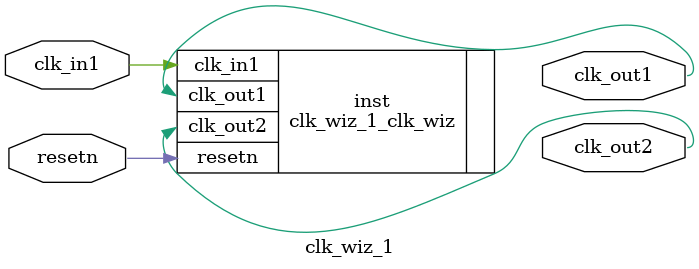
<source format=v>


`timescale 1ps/1ps

(* CORE_GENERATION_INFO = "clk_wiz_1,clk_wiz_v5_4_2_0,{component_name=clk_wiz_1,use_phase_alignment=true,use_min_o_jitter=false,use_max_i_jitter=false,use_dyn_phase_shift=false,use_inclk_switchover=false,use_dyn_reconfig=false,enable_axi=0,feedback_source=FDBK_AUTO,PRIMITIVE=MMCM,num_out_clk=2,clkin1_period=10.000,clkin2_period=10.000,use_power_down=false,use_reset=true,use_locked=false,use_inclk_stopped=false,feedback_type=SINGLE,CLOCK_MGR_TYPE=NA,manual_override=false}" *)

module clk_wiz_1 
 (
  // Clock out ports
  output        clk_out1,
  output        clk_out2,
  // Status and control signals
  input         resetn,
 // Clock in ports
  input         clk_in1
 );

  clk_wiz_1_clk_wiz inst
  (
  // Clock out ports  
  .clk_out1(clk_out1),
  .clk_out2(clk_out2),
  // Status and control signals               
  .resetn(resetn), 
 // Clock in ports
  .clk_in1(clk_in1)
  );

endmodule

</source>
